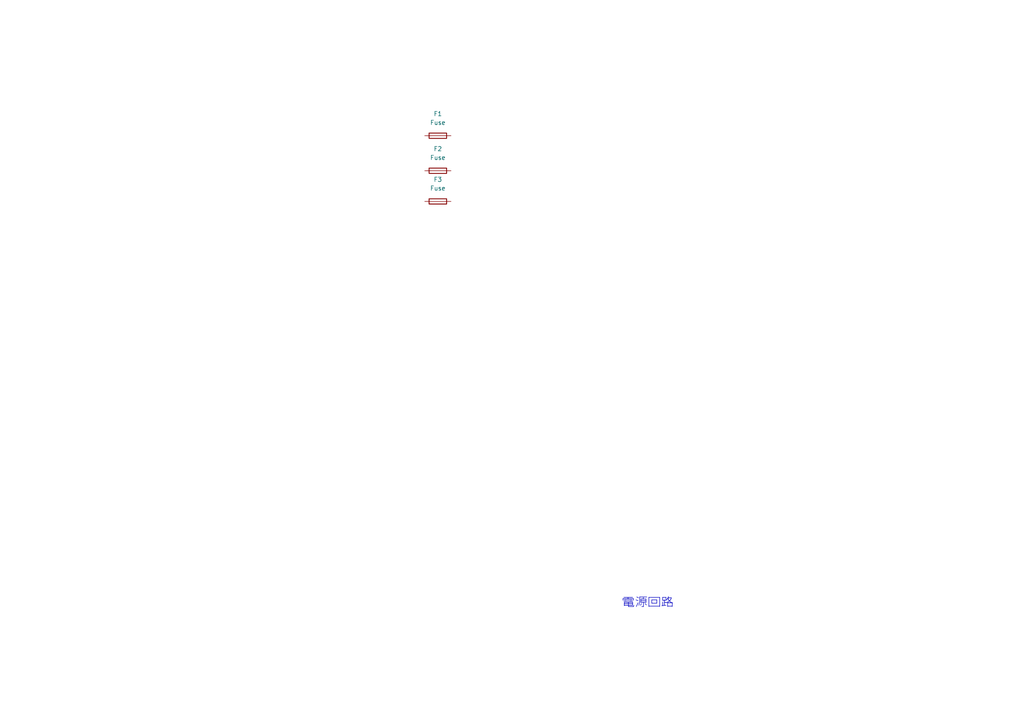
<source format=kicad_sch>
(kicad_sch (version 20250114) (generator "eeschema") (generator_version "9.0")
  (paper "A4")
  (lib_symbols
    (symbol "Device:Fuse" (pin_numbers (hide yes)) (pin_names (offset 0))
      (property "Reference" "F" (at 2.032 0 90))
      (property "Value" "Fuse" (at -1.905 0 90))
      (symbol "Fuse_0_1"
        (rectangle (start -0.762 -2.54) (end 0.762 2.54) (stroke (width 0.254)))
        (polyline (pts (xy 0 2.54) (xy 0 -2.54)))
      )
      (symbol "Fuse_1_1"
        (pin passive line (at 0 3.81 270) (length 1.27) (name "~") (number "1"))
        (pin passive line (at 0 -3.81 90) (length 1.27) (name "~") (number "2"))
      )
    )
  )
  (text "電源回路" (at 187.96 175.006 0) (effects (font (size 2.54 2.54))))
  (symbol (lib_id "Device:Fuse") (at 127 39.37 270) (mirror x) (unit 1)
    (property "Reference" "F1" (at 127 33.02 90))
    (property "Value" "Fuse" (at 127 35.56 90))
    (property "Description" "Fuse" (effects (hide yes)))
  )
  (symbol (lib_id "Device:Fuse") (at 127 49.53 270) (unit 1)
    (property "Reference" "F2" (at 127 43.18 90))
    (property "Value" "Fuse" (at 127 45.72 90))
    (property "Description" "Fuse" (effects (hide yes)))
  )
  (symbol (lib_id "Device:Fuse") (at 127 58.42 270) (unit 1)
    (property "Reference" "F3" (at 127 52.07 90))
    (property "Value" "Fuse" (at 127 54.61 90))
    (property "Description" "Fuse" (effects (hide yes)))
  )
)
</source>
